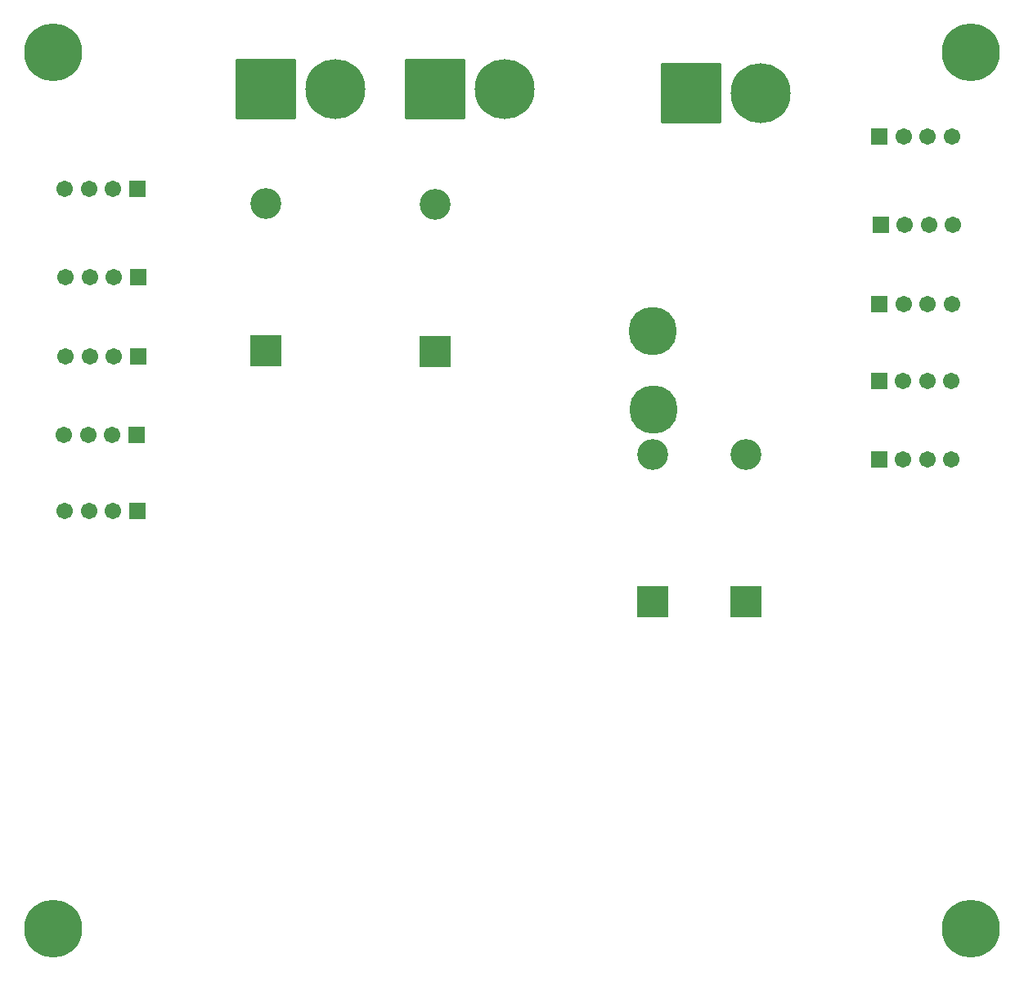
<source format=gbr>
%TF.GenerationSoftware,KiCad,Pcbnew,8.0.4*%
%TF.CreationDate,2024-09-19T17:04:51-03:00*%
%TF.ProjectId,placa de potencia,706c6163-6120-4646-9520-706f74656e63,rev?*%
%TF.SameCoordinates,Original*%
%TF.FileFunction,Soldermask,Bot*%
%TF.FilePolarity,Negative*%
%FSLAX46Y46*%
G04 Gerber Fmt 4.6, Leading zero omitted, Abs format (unit mm)*
G04 Created by KiCad (PCBNEW 8.0.4) date 2024-09-19 17:04:51*
%MOMM*%
%LPD*%
G01*
G04 APERTURE LIST*
G04 Aperture macros list*
%AMRoundRect*
0 Rectangle with rounded corners*
0 $1 Rounding radius*
0 $2 $3 $4 $5 $6 $7 $8 $9 X,Y pos of 4 corners*
0 Add a 4 corners polygon primitive as box body*
4,1,4,$2,$3,$4,$5,$6,$7,$8,$9,$2,$3,0*
0 Add four circle primitives for the rounded corners*
1,1,$1+$1,$2,$3*
1,1,$1+$1,$4,$5*
1,1,$1+$1,$6,$7*
1,1,$1+$1,$8,$9*
0 Add four rect primitives between the rounded corners*
20,1,$1+$1,$2,$3,$4,$5,0*
20,1,$1+$1,$4,$5,$6,$7,0*
20,1,$1+$1,$6,$7,$8,$9,0*
20,1,$1+$1,$8,$9,$2,$3,0*%
G04 Aperture macros list end*
%ADD10R,3.200000X3.200000*%
%ADD11O,3.200000X3.200000*%
%ADD12RoundRect,0.102000X0.754000X0.754000X-0.754000X0.754000X-0.754000X-0.754000X0.754000X-0.754000X0*%
%ADD13C,1.712000*%
%ADD14C,6.000000*%
%ADD15RoundRect,0.102000X-0.754000X-0.754000X0.754000X-0.754000X0.754000X0.754000X-0.754000X0.754000X0*%
%ADD16C,6.204000*%
%ADD17RoundRect,0.102000X-3.000000X-3.000000X3.000000X-3.000000X3.000000X3.000000X-3.000000X3.000000X0*%
%ADD18C,5.000000*%
G04 APERTURE END LIST*
D10*
%TO.C,D1*%
X114300000Y-78867000D03*
D11*
X114300000Y-63627000D03*
%TD*%
D12*
%TO.C,J11*%
X177769000Y-74042000D03*
D13*
X180269000Y-74042000D03*
X182769000Y-74042000D03*
X185269000Y-74042000D03*
%TD*%
D14*
%TO.C,*%
X187280000Y-47947000D03*
%TD*%
%TO.C,*%
X187280000Y-138747000D03*
%TD*%
D15*
%TO.C,J8*%
X100959000Y-95502000D03*
D13*
X98459000Y-95502000D03*
X95959000Y-95502000D03*
X93459000Y-95502000D03*
%TD*%
D16*
%TO.C,J2*%
X138982000Y-51816000D03*
D17*
X131782000Y-51816000D03*
%TD*%
D15*
%TO.C,J3*%
X100979000Y-62162000D03*
D13*
X98479000Y-62162000D03*
X95979000Y-62162000D03*
X93479000Y-62162000D03*
%TD*%
D15*
%TO.C,J6*%
X101029000Y-79522000D03*
D13*
X98529000Y-79522000D03*
X96029000Y-79522000D03*
X93529000Y-79522000D03*
%TD*%
D14*
%TO.C,*%
X92280000Y-138747000D03*
%TD*%
D15*
%TO.C,J7*%
X100889000Y-87582000D03*
D13*
X98389000Y-87582000D03*
X95889000Y-87582000D03*
X93389000Y-87582000D03*
%TD*%
D12*
%TO.C,J13*%
X177801500Y-56722000D03*
D13*
X180301500Y-56722000D03*
X182801500Y-56722000D03*
X185301500Y-56722000D03*
%TD*%
D16*
%TO.C,J1*%
X121482000Y-51816000D03*
D17*
X114282000Y-51816000D03*
%TD*%
D10*
%TO.C,D2*%
X154305000Y-104902000D03*
D11*
X154305000Y-89662000D03*
%TD*%
D12*
%TO.C,J10*%
X177739000Y-82062000D03*
D13*
X180239000Y-82062000D03*
X182739000Y-82062000D03*
X185239000Y-82062000D03*
%TD*%
D10*
%TO.C,D3*%
X163957000Y-104902000D03*
D11*
X163957000Y-89662000D03*
%TD*%
D18*
%TO.C,H3*%
X154305000Y-76835000D03*
%TD*%
%TO.C,H1*%
X154432000Y-84963000D03*
%TD*%
D12*
%TO.C,J12*%
X177911500Y-65872000D03*
D13*
X180411500Y-65872000D03*
X182911500Y-65872000D03*
X185411500Y-65872000D03*
%TD*%
D16*
%TO.C,J4*%
X165525000Y-52197000D03*
D17*
X158325000Y-52197000D03*
%TD*%
D15*
%TO.C,J5*%
X101032000Y-71264000D03*
D13*
X98532000Y-71264000D03*
X96032000Y-71264000D03*
X93532000Y-71264000D03*
%TD*%
D12*
%TO.C,J9*%
X177739000Y-90112000D03*
D13*
X180239000Y-90112000D03*
X182739000Y-90112000D03*
X185239000Y-90112000D03*
%TD*%
D10*
%TO.C,D5*%
X131826000Y-78994000D03*
D11*
X131826000Y-63754000D03*
%TD*%
D14*
%TO.C,*%
X92280000Y-47947000D03*
%TD*%
M02*

</source>
